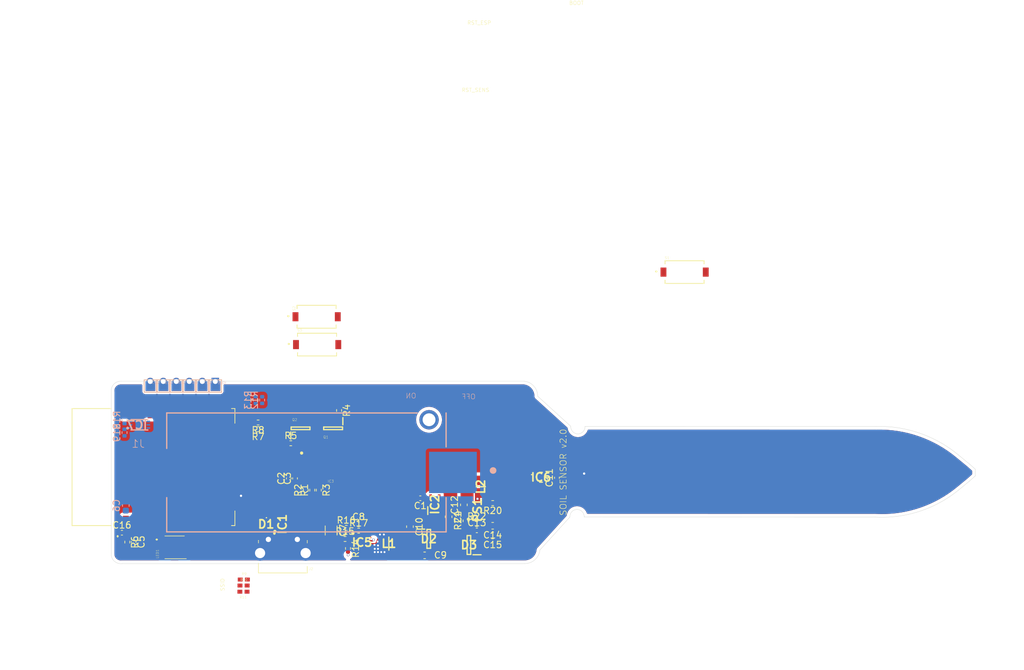
<source format=kicad_pcb>
(kicad_pcb (version 20211014) (generator pcbnew)
  (layers (0 "F.Cu" signal) (1 "In1.Cu" power "GND.Cu") (2 "In2.Cu" mixed "PWR.Cu") (31 "B.Cu" signal "B.cu") (34 "B.Paste" user) (35 "F.Paste" user) (36 "B.SilkS" user "B.Silkscreen") (37 "F.SilkS" user "F.Silkscreen") (38 "B.Mask" user) (39 "F.Mask" user) (44 "Edge.Cuts" user))
  (net 0 "")
  (net 1 "GND")
  (net 2 "+3V3")
  (net 3 "+5V")
  (net 4 "Net-(LED1-Pad6)")
  (net 5 "Net-(LED1-Pad4)")
  (net 6 "Net-(LED1-Pad2)")
  (net 7 "+3.3V")
  (net 8 "/esp32/RST_ESP_N")
  (net 9 "Net-(Q2-Pad1)")
  (net 10 "Net-(Q1-Pad1)")
  (net 11 "/power/5V-3V3/VDD3V3")
  (net 12 "/USB2_P")
  (net 13 "/USB2_N")
  (net 14 "/usb_to uart/RTS")
  (net 15 "/esp32/RXD")
  (net 16 "/esp32/TXD")
  (net 17 "/usb_to uart/DTR")
  (net 18 "/esp32/EN_SENS")
  (net 19 "/esp32/CONNECT_OK")
  (net 20 "/esp32/ERROR")
  (net 21 "/esp32/ESPTOUCH")
  (net 22 "/esp32/touch_sens")
  (net 23 "/esp32/~{RST_SSID}")
  (net 24 "/esp32/IO16")
  (net 25 "/esp32/IO17")
  (net 26 "/esp32/IO5")
  (net 27 "/esp32/IO18")
  (net 28 "/esp32/IO19")
  (net 29 "/esp32/SDA")
  (net 30 "/esp32/RXD0")
  (net 31 "/esp32/TXD0")
  (net 32 "/esp32/SCL")
  (net 33 "/esp32/IO23")
  (net 34 "/USB2_CN_P")
  (net 35 "/USB2_CN_N")
  (net 37 "/usb_to uart/VBUS")
  (net 38 "BAT+")
  (net 43 "Net-(IC3-Pad8)")
  (net 44 "Net-(IC3-Pad9)")
  (net 71 "/esp32/BOOT")
  (net 74 "Net-(IC7-Pad2)")
  (net 75 "Net-(IC7-Pad5)")
  (net 77 "/power/5V-3V3/FB")
  (net 78 "/power/5V-3V3/PG")
  (net 79 "/power/5V-3V3/LX")
  (net 80 "/power/5V-3V3/EN")
  (net 81 "/power/BAT-3V3/SW")
  (net 82 "/power/BAT-3V3/EN")
  (net 83 "/power/BAT-3V3/FB")
  (net 84 "/power/BAT-3V3/VOUT_3V3")
  (net 85 "/VDD_SENS")
  (footprint "Capacitor_SMD:C_0402_1005Metric" (layer "F.Cu") (at 110.3852 105.929749 90)
    (fp_text reference "C3")
    (fp_text value "0.1uF 16V 0402")
  )
  (footprint "Capacitor_SMD:C_0402_1005Metric" (layer "F.Cu") (at 109.4252 105.929749 90)
    (fp_text reference "C2")
    (fp_text value "4.7uF 10V 0402")
  )
  (footprint "Capacitor_SMD:C_0603_1608Metric" (layer "F.Cu") (at 133.9852 111.829749 -90)
    (fp_text reference "C4")
    (fp_text value "10uF 10V 0603")
  )
  (footprint "my_diode:SOT95P280X145-5N" (layer "F.Cu") (at 137.1052 116.169749 180)
    (fp_text reference "D3")
    (fp_text value "MAX40203AUK+T" hide)
  )
  (footprint "global_foot:SON50P150X170X55-6N-D" (layer "F.Cu") (at 108.4452 112.954749 90)
    (fp_text reference "IC1")
    (fp_text value "ECMF02-2AMX6" hide)
  )
  (footprint "esp32_moisture:RHDR6W40P0X200_1X6_1200X210X45" (layer "F.Cu") (at 98.1352 91.029749 180)
    (fp_text reference "J3" hide)
    (fp_text value "2314878-6" hide)
  )
  (footprint "esp32_moisture:L1MCRGB0035000MP0" (layer "F.Cu") (at 91.8852 116.529749)
    (fp_text reference "LED1")
    (fp_text value "L1MC-RGB0035000MP0" hide)
  )
  (footprint "esp32_moisture:SOT95P240X115-3N" (layer "F.Cu") (at 116.2352 98.229749 -90)
    (fp_text reference "Q1")
    (fp_text value "SS8050-G" hide)
  )
  (footprint "esp32_moisture:SOT95P240X115-3N" (layer "F.Cu") (at 111.2352 98.229749 90)
    (fp_text reference "Q2")
    (fp_text value "SS8050-G" hide)
  )
  (footprint "global_foot:R_0402_1005Metric" (layer "F.Cu") (at 104.7102 97.329749 180)
    (fp_text reference "R8")
    (fp_text value "0R 5% 0402")
  )
  (footprint "esp32_moisture:RESC1005X35N" (layer "F.Cu") (at 102.5152 121.479749 180)
    (fp_text reference "R9")
    (fp_text value "CPF0402B24RE1" hide)
  )
  (footprint "esp32_moisture:RESC1005X35N" (layer "F.Cu") (at 102.4752 122.399749 180)
    (fp_text reference "R10")
    (fp_text value "CPF0402B15RE" hide)
  )
  (footprint "global_foot:R_0402_1005Metric" (layer "F.Cu") (at 113.0352 107.729749 90)
    (fp_text reference "R1")
    (fp_text value "22.1K 1% 0402")
  )
  (footprint "global_foot:R_0402_1005Metric" (layer "F.Cu") (at 117.1602 95.479749 -90)
    (fp_text reference "R4")
    (fp_text value "10K 1% 0402")
  )
  (footprint "global_foot:R_0402_1005Metric" (layer "F.Cu") (at 84.6102 115.719749 -90)
    (fp_text reference "R6")
    (fp_text value "10K 1% 0402")
  )
  (footprint "global_foot:R_0402_1005Metric" (layer "F.Cu") (at 112.0352 107.739749 90)
    (fp_text reference "R2")
    (fp_text value "47.5K 1% 0402 ")
  )
  (footprint "global_foot:R_0402_1005Metric" (layer "F.Cu") (at 114.0352 107.729749 -90)
    (fp_text reference "R3")
    (fp_text value "2K 1% 0402")
  )
  (footprint "global_foot:R_0402_1005Metric" (layer "F.Cu") (at 104.7102 98.354749 180)
    (fp_text reference "R7")
    (fp_text value "0R 5% 0402")
  )
  (footprint "global_foot:R_0402_1005Metric" (layer "F.Cu") (at 118.5252 116.699749 -90)
    (fp_text reference "R14")
    (fp_text value "10K 0402 1% 1/16W")
  )
  (footprint "global_foot:R_0402_1005Metric" (layer "F.Cu") (at 118.0752 115.239749)
    (fp_text reference "R15")
    (fp_text value "100K 0402 1% 1/16W")
  )
  (footprint "global_foot:R_0402_1005Metric" (layer "F.Cu") (at 109.7352 100.529749)
    (fp_text reference "R5")
    (fp_text value "10K 1% 0402")
  )
  (footprint "esp32_moisture:PTS636SM43JSMTRLFS" (layer "F.Cu") (at 113.7052 81.069749)
    (fp_text reference "S2")
    (fp_text value "PTS636_SM43J_SMTR_LFS" hide)
  )
  (footprint "esp32_moisture:TP15R" (layer "F.Cu") (at 154.813 105.187749)
    (fp_text reference "TP1" hide)
    (fp_text value "TPTP15R" hide)
  )
  (footprint "esp32_moisture:PTS636SM43JSMTRLFS" (layer "F.Cu") (at 113.7852 85.349749)
    (fp_text reference "S3")
    (fp_text value "PTS636_SM43J_SMTR_LFS" hide)
  )
  (footprint "my_bus_switch:SOT65P210X110-5N" (layer "F.Cu") (at 131.8852 109.929749 90)
    (fp_text reference "IC2")
    (fp_text value "74CB3T1G125DCKRG4" hide)
  )
  (footprint "esp32_moisture:UJ2MIBH24SMTTR" (layer "F.Cu") (at 108.5152 117.887249 90)
    (fp_text reference "J2")
    (fp_text value "UJ2-MIBH2-4-SMT-TR" hide)
  )
  (footprint "Capacitor_SMD:C_0402_1005Metric" (layer "F.Cu") (at 129.6352 108.979749 180)
    (fp_text reference "C1")
    (fp_text value "0.1uF 16V 0402")
  )
  (footprint "my_sens:SHT40AD1BR3" (layer "F.Cu") (at 148.1852 105.754749)
    (fp_text reference "IC6")
    (fp_text value "SHT40-AD1B-R3" hide)
  )
  (footprint "global_foot:SON50P201X201X60-9N-D" (layer "F.Cu") (at 120.6802 115.778249)
    (fp_text reference "IC5")
    (fp_text value "AP3441SHE-7B" hide)
  )
  (footprint "esp32_moisture:QFN50P400X400X80-25N" (layer "F.Cu") (at 113.7752 104.029749)
    (fp_text reference "IC3")
    (fp_text value "CP2102N-A01-GQFN24R" hide)
  )
  (footprint "global_foot:R_0402_1005Metric" (layer "F.Cu") (at 138.3052 112.939749)
    (fp_text reference "R22")
    (fp_text value "316K 1% 0402")
  )
  (footprint "global_foot:R_0402_1005Metric" (layer "F.Cu") (at 140.7652 109.719749 180)
    (fp_text reference "R20")
    (fp_text value "10K 0402 1% 1/16W")
  )
  (footprint "Capacitor_SMD:C_0402_1005Metric" (layer "F.Cu") (at 138.3252 113.919749)
    (fp_text reference "C13")
    (fp_text value "10pF 50V 2% 0402")
  )
  (footprint "Capacitor_SMD:C_0402_1005Metric" (layer "F.Cu") (at 150.6352 105.829749 90)
    (fp_text reference "C11")
    (fp_text value "0.1uF 16V 0402")
  )
  (footprint "Capacitor_SMD:C_0402_1005Metric" (layer "F.Cu") (at 120.1552 112.989749)
    (fp_text reference "C8")
    (fp_text value "22pF 50V 0402 10%")
  )
  (footprint "Capacitor_SMD:C_0603_1608Metric" (layer "F.Cu") (at 140.7552 113.209749 180)
    (fp_text reference "C14")
    (fp_text value "22uF 6.3V 0603")
  )
  (footprint "TestPoint:TestPoint_Pad_1.5x1.5mm" (layer "F.Cu") (at 98.1602 91.729749)
    (fp_text reference "REF**" hide)
    (fp_text value "TestPoint_Pad_1.5x1.5mm" hide)
  )
  (footprint "my_coil:INDC2016X80N" (layer "F.Cu") (at 138.9352 107.209749 -90)
    (fp_text reference "L2")
    (fp_text value "0.47uH 4.9A" hide)
  )
  (footprint "TestPoint:TestPoint_Pad_1.5x1.5mm" (layer "F.Cu") (at 90.1602 91.729749)
    (fp_text reference "REF**" hide)
    (fp_text value "TestPoint_Pad_1.5x1.5mm" hide)
  )
  (footprint "Capacitor_SMD:C_0603_1608Metric" (layer "F.Cu") (at 130.3052 117.759749 180)
    (fp_text reference "C9")
    (fp_text value "22uF 6.3V 0603 20%")
  )
  (footprint "global_foot_ki:BAS3010S02LRHE6327XTSA1" (layer "F.Cu") (at 105.9452 112.974749 180)
    (fp_text reference "D1")
    (fp_text value "BAS3010S02LRHE6327XTSA1" hide)
  )
  (footprint "global_foot:R_0402_1005Metric" (layer "F.Cu") (at 136.5952 112.449749 90)
    (fp_text reference "R21")
    (fp_text value "100K 1% 0402")
  )
  (footprint "my_step_up:SON50P200X200X80-9N" (layer "F.Cu") (at 138.4227 110.799749 90)
    (fp_text reference "PS1")
    (fp_text value "TPS61021ADSGR" hide)
  )
  (footprint "Capacitor_SMD:C_0402_1005Metric" (layer "F.Cu") (at 85.5852 115.704749 -90)
    (fp_text reference "C5")
    (fp_text value "4.7uF 10V 0402")
  )
  (footprint "Capacitor_SMD:C_0603_1608Metric" (layer "F.Cu") (at 136.3352 109.999749 90)
    (fp_text reference "C12")
    (fp_text value "10uF 10V 0603")
  )
  (footprint "Capacitor_SMD:C_0603_1608Metric" (layer "F.Cu") (at 128.0452 113.349749 -90)
    (fp_text reference "C10")
    (fp_text value "22uF 6.3V 0603 20%")
  )
  (footprint "TestPoint:TestPoint_Pad_1.5x1.5mm" (layer "F.Cu") (at 94.1602 91.729749)
    (fp_text reference "REF**" hide)
    (fp_text value "TestPoint_Pad_1.5x1.5mm" hide)
  )
  (footprint "TestPoint:TestPoint_Pad_1.5x1.5mm" (layer "F.Cu") (at 92.1602 91.729749)
    (fp_text reference "REF**" hide)
    (fp_text value "TestPoint_Pad_1.5x1.5mm" hide)
  )
  (footprint "esp32_moisture:RESC1005X35N" (layer "F.Cu") (at 102.4602 123.354749)
    (fp_text reference "R11")
    (fp_text value "CPF0402B12RE1" hide)
  )
  (footprint "global_foot:DFE2HCAH1R0MJ0L" (layer "F.Cu") (at 124.8052 115.959749)
    (fp_text reference "L1")
    (fp_text value "2.2uH 2.2A" hide)
  )
  (footprint "esp32_moisture:PTS636SM43JSMTRLFS" (layer "F.Cu") (at 170.2502 74.204749)
    (fp_text reference "S1")
    (fp_text value "PTS636_SM43J_SMTR_LFS" hide)
  )
  (footprint "global_foot:R_0402_1005Metric" (layer "F.Cu") (at 118.2552 113.534749)
    (fp_text reference "R16")
    (fp_text value "95.3K 0402 1% 1/10W")
  )
  (footprint "TestPoint:TestPoint_Pad_1.5x1.5mm" (layer "F.Cu") (at 96.1602 91.729749)
    (fp_text reference "REF**" hide)
    (fp_text value "TestPoint_Pad_1.5x1.5mm" hide)
  )
  (footprint "TestPoint:TestPoint_Pad_1.5x1.5mm" (layer "F.Cu") (at 88.1602 91.729749)
    (fp_text reference "REF**" hide)
    (fp_text value "TestPoint_Pad_1.5x1.5mm" hide)
  )
  (footprint "Capacitor_SMD:C_1206_3216Metric" (layer "F.Cu") (at 115.9352 113.939749 -90)
    (fp_text reference "C7")
    (fp_text value "22uF 10V 1206 10%")
  )
  (footprint "global_foot:R_0402_1005Metric" (layer "F.Cu") (at 120.1652 113.969749)
    (fp_text reference "R17")
    (fp_text value "430K 0402 1% 1/10W")
  )
  (footprint "my_diode:SOT95P280X145-5N" (layer "F.Cu") (at 130.9352 115.229749)
    (fp_text reference "D2")
    (fp_text value "MAX40203AUK+T" hide)
  )
  (footprint "esp32_moisture:ESP32WROOM32D4MB" (layer "F.Cu") (at 83.1352 112.679749 90)
    (fp_text reference "IC4" hide)
    (fp_text value "ESP32-WROOM-32D__4MB_" hide)
  )
  (footprint "Capacitor_SMD:C_0603_1608Metric" (layer "F.Cu") (at 140.7552 114.709749 180)
    (fp_text reference "C15")
    (fp_text value "22uF 6.3V 0603")
  )
  (footprint "Capacitor_SMD:C_0402_1005Metric" (layer "F.Cu") (at 83.7852 114.279749)
    (fp_text reference "C16")
    (fp_text value "0.1uF 16V 0402")
  )
  (footprint "esp32_moisture:1050" (layer "B.Cu") (at 112.1352 105.009949 180)
    (fp_text reference "J1")
    (fp_text value "1050" hide)
  )
  (footprint "global_foot:R_0402_1005Metric" (layer "B.Cu") (at 104.3352 93.879749 -90)
    (fp_text reference "R13")
    (fp_text value "10K 1% 0402")
  )
  (footprint "TestPoint:TestPoint_Pad_1.5x1.5mm" (layer "B.Cu") (at 96.1602 91.729749 180)
    (fp_text reference "REF**" hide)
    (fp_text value "TestPoint_Pad_1.5x1.5mm" hide)
  )
  (footprint "TestPoint:TestPoint_Pad_1.5x1.5mm" (layer "B.Cu") (at 88.1602 91.729749 180)
    (fp_text reference "REF**" hide)
    (fp_text value "TestPoint_Pad_1.5x1.5mm" hide)
  )
  (footprint "global_foot:R_0402_1005Metric" (layer "B.Cu") (at 84.1852 98.879749 -90)
    (fp_text reference "R19")
    (fp_text value "1K 0402")
  )
  (footprint "Capacitor_SMD:C_0603_1608Metric" (layer "B.Cu") (at 84.3852 110.104749 -90)
    (fp_text reference "C6")
    (fp_text value "22uF 6.3V 0603")
  )
  (footprint "TestPoint:TestPoint_Pad_1.5x1.5mm" (layer "B.Cu") (at 98.1602 91.729749 180)
    (fp_text reference "REF**" hide)
    (fp_text value "TestPoint_Pad_1.5x1.5mm" hide)
  )
  (footprint "TestPoint:TestPoint_Pad_1.5x1.5mm" (layer "B.Cu") (at 90.1602 91.729749 180)
    (fp_text reference "REF**" hide)
    (fp_text value "TestPoint_Pad_1.5x1.5mm" hide)
  )
  (footprint "TestPoint:TestPoint_Pad_1.5x1.5mm" (layer "B.Cu") (at 92.1602 91.729749 180)
    (fp_text reference "REF**" hide)
    (fp_text value "TestPoint_Pad_1.5x1.5mm" hide)
  )
  (footprint "TestPoint:TestPoint_Pad_1.5x1.5mm" (layer "B.Cu") (at 94.1602 91.729749 180)
    (fp_text reference "REF**" hide)
    (fp_text value "TestPoint_Pad_1.5x1.5mm" hide)
  )
  (footprint "global_foot:R_0402_1005Metric" (layer "B.Cu") (at 105.3352 93.879749 -90)
    (fp_text reference "R12")
    (fp_text value "10K 1% 0402")
  )
  (footprint "my_sens:WSOF6" (layer "B.Cu") (at 86.475185 97.679749)
    (fp_text reference "IC7")
    (fp_text value "BH1750FVI-TR" hide)
  )
  (footprint "global_foot:R_0402_1005Metric" (layer "B.Cu") (at 84.1852 96.979749 -90)
    (fp_text reference "R18")
    (fp_text value "1K 0402")
  )
  (gr_line (start 154.947656 97.922913) (end 199.6946 97.930749) (layer "Edge.Cuts") (width 0.05))
  (gr_arc (start 148.0058 116.947949) (mid 147.250082 118.433232) (end 145.6944 119.03075) (layer "Edge.Cuts") (width 0.05))
  (gr_line (start 214.0352 103.729749) (end 214.9352 104.529749) (layer "Edge.Cuts") (width 0.05))
  (gr_line (start 214.0352 106.329749) (end 214.9352 105.529749) (layer "Edge.Cuts") (width 0.05))
  (gr_line (start 145.5944 90.98075) (end 83.6946 90.980749) (layer "Edge.Cuts") (width 0.05))
  (gr_arc (start 154.947656 97.922913) (mid 153.851628 99.080749) (end 152.763256 97.915713) (layer "Edge.Cuts") (width 0.05))
  (gr_line (start 82.1436 92.640149) (end 82.1352 117.479749) (layer "Edge.Cuts") (width 0.05))
  (gr_line (start 147.677201 93.29215) (end 152.763256 97.915713) (layer "Edge.Cuts") (width 0.05))
  (gr_line (start 212.3352 102.329749) (end 214.0352 103.729749) (layer "Edge.Cuts") (width 0.05))
  (gr_line (start 212.3352 107.729749) (end 214.0352 106.329749) (layer "Edge.Cuts") (width 0.05))
  (gr_line (start 145.6944 119.03075) (end 83.7946 119.030749) (layer "Edge.Cuts") (width 0.05))
  (gr_line (start 154.813763 111.869094) (end 199.560707 111.87693) (layer "Edge.Cuts") (width 0.05))
  (gr_arc (start 199.6946 97.930749) (mid 206.413192 98.98575) (end 212.3352 102.329749) (layer "Edge.Cuts") (width 0.05))
  (gr_line (start 214.9352 104.529749) (end 214.9352 105.529749) (layer "Edge.Cuts") (width 0.05))
  (gr_arc (start 83.7946 119.030749) (mid 82.603739 118.641652) (end 82.1352 117.479749) (layer "Edge.Cuts") (width 0.05))
  (gr_arc (start 152.629363 111.861894) (mid 153.725391 110.704058) (end 154.813763 111.869094) (layer "Edge.Cuts") (width 0.05))
  (gr_arc (start 212.3352 107.729749) (mid 206.335527 110.997176) (end 199.560707 111.87693) (layer "Edge.Cuts") (width 0.05))
  (gr_arc (start 145.5944 90.98075) (mid 147.079683 91.736468) (end 147.677201 93.29215) (layer "Edge.Cuts") (width 0.05))
  (gr_arc (start 82.1436 92.640149) (mid 82.532697 91.449288) (end 83.6946 90.980749) (layer "Edge.Cuts") (width 0.05))
  (gr_line (start 148.0058 116.947949) (end 152.629363 111.861894) (layer "Edge.Cuts") (width 0.05))
  (gr_text "IO5" (at 95.5802 91.408249) (layer "B.SilkS") (effects (font (size 0.38608 0.38608) (thickness 0.032512)) (justify left bottom mirror)))
  (gr_text "IO19" (at 91.7194 91.459049) (layer "B.SilkS") (effects (font (size 0.38608 0.38608) (thickness 0.032512)) (justify left bottom mirror)))
  (gr_text "ON" (at 129.0574 93.681549) (layer "B.SilkS") (effects (font (size 0.77216 0.77216) (thickness 0.065024)) (justify left bottom mirror)))
  (gr_text "IO18" (at 93.7133 91.395549) (layer "B.SilkS") (effects (font (size 0.38608 0.38608) (thickness 0.032512)) (justify left bottom mirror)))
  (gr_text "IO17" (at 97.7011 91.420949) (layer "B.SilkS") (effects (font (size 0.38608 0.38608) (thickness 0.032512)) (justify left bottom mirror)))
  (gr_text "IO16" (at 99.8601 91.459049) (layer "B.SilkS") (effects (font (size 0.38608 0.38608) (thickness 0.032512)) (justify left bottom mirror)))
  (gr_text "IO23" (at 89.7001 91.408249) (layer "B.SilkS") (effects (font (size 0.38608 0.38608) (thickness 0.032512)) (justify left bottom mirror)))
  (gr_text "OFF" (at 138.176 93.808549) (layer "B.SilkS") (effects (font (size 0.77216 0.77216) (thickness 0.065024)) (justify left bottom mirror)))
  (gr_text "SOIL SENSOR v2.0" (at 151.6152 104.979749 90) (layer "F.SilkS") (effects (font (size 0.9652 0.9652) (thickness 0.08128))))
  (gr_text "BOOT" (at 154.778 32.483349) (layer "F.SilkS") (effects (font (size 0.57912 0.57912) (thickness 0.048768)) (justify right top)))
  (gr_text "SSID" (at 99.5852 123.279749 90) (layer "F.SilkS") (effects (font (size 0.57912 0.57912) (thickness 0.048768)) (justify left bottom)))
  (gr_text "RST_SENS" (at 140.2746 45.869149) (layer "F.SilkS") (effects (font (size 0.57912 0.57912) (thickness 0.048768)) (justify right top)))
  (gr_text "RST_ESP" (at 140.554 35.531349) (layer "F.SilkS") (effects (font (size 0.57912 0.57912) (thickness 0.048768)) (justify right top)))
  (segment (start 117.7152 116.029749) (end 118.3652 116.029749) (width 0.2) (layer "F.Cu") (net 3))
  (segment (start 118.6867 116.028249) (end 118.5252 116.189749) (width 0.2) (layer "F.Cu") (net 3))
  (segment (start 118.3652 116.029749) (end 118.5252 116.189749) (width 0.2) (layer "F.Cu") (net 3))
  (segment (start 117.5652 115.239749) (end 117.5852 115.259749) (width 0.2) (layer "F.Cu") (net 3))
  (segment (start 117.5852 115.259749) (end 117.5852 115.899749) (width 0.2) (layer "F.Cu") (net 3))
  (segment (start 117.5852 115.899749) (end 117.7152 116.029749) (width 0.2) (layer "F.Cu") (net 3))
  (segment (start 119.6302 116.028249) (end 118.6867 116.028249) (width 0.2) (layer "F.Cu") (net 3))
  (segment (start 124.5952 113.499749) (end 125.8302 114.734749) (width 0.5) (layer "F.Cu") (net 11))
  (segment (start 120.6452 113.969749) (end 120.6452 113.499749) (width 0.5) (layer "F.Cu") (net 11))
  (segment (start 121.9452 113.429749) (end 121.9652 113.449749) (width 0.2) (layer "F.Cu") (net 11))
  (segment (start 125.8302 114.734749) (end 125.8302 115.959749) (width 0.5) (layer "F.Cu") (net 11))
  (segment (start 120.6452 113.499749) (end 124.5952 113.499749) (width 0.5) (layer "F.Cu") (net 11))
  (segment (start 108.00765 111.554798) (end 108.00765 104.742063) (width 0.2097) (layer "F.Cu") (net 12))
  (segment (start 111.125249 103.842199) (end 111.187699 103.779749) (width 0.2097) (layer "F.Cu") (net 12))
  (segment (start 107.9452 112.254749) (end 107.9452 111.617248) (width 0.2097) (layer "F.Cu") (net 12))
  (segment (start 108.907514 103.842199) (end 111.125249 103.842199) (width 0.2097) (layer "F.Cu") (net 12))
  (segment (start 111.187699 103.779749) (end 111.8252 103.779749) (width 0.2097) (layer "F.Cu") (net 12))
  (segment (start 107.9452 111.617248) (end 108.00765 111.554798) (width 0.2097) (layer "F.Cu") (net 12))
  (segment (start 108.00765 104.742063) (end 108.907514 103.842199) (width 0.2097) (layer "F.Cu") (net 12))
  (segment (start 108.38275 104.897435) (end 109.062886 104.217299) (width 0.2097) (layer "F.Cu") (net 13))
  (segment (start 111.125249 104.217299) (end 111.187699 104.279749) (width 0.2097) (layer "F.Cu") (net 13))
  (segment (start 108.4452 112.254749) (end 108.4452 111.617248) (width 0.2097) (layer "F.Cu") (net 13))
  (segment (start 108.4452 111.617248) (end 108.38275 111.554798) (width 0.2097) (layer "F.Cu") (net 13))
  (segment (start 109.062886 104.217299) (end 111.125249 104.217299) (width 0.2097) (layer "F.Cu") (net 13))
  (segment (start 108.38275 111.554798) (end 108.38275 104.897435) (width 0.2097) (layer "F.Cu") (net 13))
  (segment (start 111.187699 104.279749) (end 111.8252 104.279749) (width 0.2097) (layer "F.Cu") (net 13))
  (segment (start 100.6352 108.624749) (end 102.0652 108.624749) (width 0.3) (layer "F.Cu") (net 22))
  (segment (start 102.0652 108.624749) (end 102.0852 108.604749) (width 0.3) (layer "F.Cu") (net 22))
  (via blind (at 102.0852 108.604749) (size 0.5) (drill 0.35) (layers "F.Cu" "In1.Cu") (net 22))
  (via blind (at 154.813 105.187749) (size 0.5) (drill 0.35) (layers "F.Cu" "In1.Cu") (net 22))
  (segment (start 84.0386 96.137949) (end 83.7084 96.137949) (width 0.1524) (layer "F.Cu") (net 33))
  (segment (start 107.8652 114.962248) (end 107.8652 115.862249) (width 0.2097) (layer "F.Cu") (net 34))
  (segment (start 108.00265 114.824798) (end 107.8652 114.962248) (width 0.2097) (layer "F.Cu") (net 34))
  (segment (start 108.00265 113.987199) (end 108.00265 114.824798) (width 0.2097) (layer "F.Cu") (net 34))
  (segment (start 107.9452 113.654749) (end 107.9452 113.929749) (width 0.2097) (layer "F.Cu") (net 34))
  (segment (start 107.9452 113.929749) (end 108.00265 113.987199) (width 0.2097) (layer "F.Cu") (net 34))
  (segment (start 108.37775 114.824798) (end 108.5152 114.962248) (width 0.2097) (layer "F.Cu") (net 35))
  (segment (start 108.4452 113.929749) (end 108.37775 113.997199) (width 0.2097) (layer "F.Cu") (net 35))
  (segment (start 108.5152 114.962248) (end 108.5152 115.862249) (width 0.2097) (layer "F.Cu") (net 35))
  (segment (start 108.4452 113.654749) (end 108.4452 113.929749) (width 0.2097) (layer "F.Cu") (net 35))
  (segment (start 108.37775 113.997199) (end 108.37775 114.824798) (width 0.2097) (layer "F.Cu") (net 35))
  (segment (start 107.2152 114.774749) (end 105.9452 113.504749) (width 0.35) (layer "F.Cu") (net 37))
  (segment (start 105.9452 113.504749) (end 105.9452 113.299749) (width 0.35) (layer "F.Cu") (net 37))
  (segment (start 107.2152 115.862249) (end 107.2152 114.774749) (width 0.35) (layer "F.Cu") (net 37))
  (segment (start 119.6302 115.028249) (end 119.6552 115.003249) (width 0.2) (layer "F.Cu") (net 77))
  (segment (start 118.7652 113.534749) (end 119.2002 113.969749) (width 0.2) (layer "F.Cu") (net 77))
  (segment (start 119.6552 115.003249) (end 119.6552 113.999749) (width 0.2) (layer "F.Cu") (net 77))
  (segment (start 119.6852 113.009749) (end 119.6852 113.969749) (width 0.2) (layer "F.Cu") (net 77))
  (segment (start 119.6552 113.999749) (end 119.6852 113.969749) (width 0.2) (layer "F.Cu") (net 77))
  (segment (start 119.2002 113.969749) (end 119.6852 113.969749) (width 0.2) (layer "F.Cu") (net 77))
  (segment (start 119.6302 115.528249) (end 119.0537 115.528249) (width 0.2) (layer "F.Cu") (net 78))
  (segment (start 118.7652 115.239749) (end 118.5852 115.239749) (width 0.2) (layer "F.Cu") (net 78))
  (segment (start 119.0537 115.528249) (end 118.7652 115.239749) (width 0.2) (layer "F.Cu") (net 78))
  (via blind (at 124.0352 114.559749) (size 0.4) (drill 0.3) (layers "F.Cu" "In1.Cu") (net 79))
  (via blind (at 122.6352 117.259749) (size 0.4) (drill 0.3) (layers "F.Cu" "In1.Cu") (net 79))
  (via blind (at 123.1352 117.259749) (size 0.4) (drill 0.3) (layers "F.Cu" "In1.Cu") (net 79))
  (via blind (at 123.1352 116.759749) (size 0.4) (drill 0.3) (layers "F.Cu" "In1.Cu") (net 79))
  (via blind (at 123.4352 114.559749) (size 0.4) (drill 0.3) (layers "F.Cu" "In1.Cu") (net 79))
  (via blind (at 123.6352 117.259749) (size 0.4) (drill 0.3) (layers "F.Cu" "In1.Cu") (net 79))
  (via blind (at 124.1352 117.259749) (size 0.4) (drill 0.3) (layers "F.Cu" "In1.Cu") (net 79))
  (via blind (at 122.6352 116.759749) (size 0.4) (drill 0.3) (layers "F.Cu" "In1.Cu") (net 79))
  (via blind (at 123.0652 115.649749) (size 0.4) (drill 0.3) (layers "F.Cu" "In1.Cu") (net 79))
  (via blind (at 122.5952 116.149749) (size 0.4) (drill 0.3) (layers "F.Cu" "In1.Cu") (net 79))
  (via blind (at 123.1352 116.249749) (size 0.4) (drill 0.3) (layers "F.Cu" "In1.Cu") (net 79))
  (segment (start 122.4452 115.379749) (end 122.2967 115.528249) (width 0.2) (layer "F.Cu") (net 80))
  (segment (start 122.2967 115.528249) (end 121.7302 115.528249) (width 0.2) (layer "F.Cu") (net 80))
  (segment (start 118.5252 117.679749) (end 118.5252 117.209749) (width 0.2) (layer "F.Cu") (net 80))
  (segment (start 118.5452 117.699749) (end 118.5252 117.679749) (width 0.2) (layer "F.Cu") (net 80))
  (via (at 118.5452 117.699749) (size 0.4) (drill 0.3) (layers "F.Cu" "B.Cu") (net 80))
  (via (at 122.4452 115.379749) (size 0.4) (drill 0.3) (layers "F.Cu" "B.Cu") (net 80))
  (via (at 138.4252 109.069749) (size 0.4) (drill 0.3) (layers "F.Cu" "B.Cu") (net 81))
  (segment (start 136.6152 112.939749) (end 136.5952 112.959749) (width 0.35) (layer "F.Cu") (net 83))
  (segment (start 137.7952 113.869749) (end 137.8452 113.919749) (width 0.35) (layer "F.Cu") (net 83))
  (segment (start 138.1727 111.849749) (end 138.1727 112.507249) (width 0.25) (layer "F.Cu") (net 83))
  (segment (start 138.1727 112.507249) (end 138.1752 112.509749) (width 0.25) (layer "F.Cu") (net 83))
  (segment (start 137.7952 112.939749) (end 136.6152 112.939749) (width 0.35) (layer "F.Cu") (net 83))
  (segment (start 138.1752 112.559749) (end 137.7952 112.939749) (width 0.25) (layer "F.Cu") (net 83))
  (segment (start 137.7952 112.939749) (end 137.7952 113.869749) (width 0.35) (layer "F.Cu") (net 83))
  (segment (start 138.1752 112.509749) (end 138.1752 112.559749) (width 0.25) (layer "F.Cu") (net 83))
  (zone (net 22) (net_name "/esp32/touch_sens") (layer "F.Cu") (priority 6) (connect_pads yes (clearance 0.000001)) (min_thickness 0.0381) (fill yes (thermal_gap 0.1262) (thermal_bridge_width 0.1262) (smoothing fillet) (radius 3))
    (polygon (pts (xy 164.6352 101.529749) (xy 177.8852 101.529749) (xy 195.8852 101.529749) (xy 205.1352 101.529749) (xy 208.6352 102.529749) (xy 211.3852 104.529749) (xy 211.3852 105.529749) (xy 208.6352 107.779749) (xy 205.1352 108.529749) (xy 195.8852 108.529749) (xy 177.8852 108.529749) (xy 164.6352 108.529749) (xy 154.8852 108.529749) (xy 154.8852 105.029749) (xy 154.8852 101.529749)))
  )
  (zone (net 3) (net_name "+5V") (layers "F.Cu" "In2.Cu") (priority 1) (connect_pads yes (clearance 0.2)) (min_thickness 0.2) (fill yes (thermal_gap 0.508) (thermal_bridge_width 0.508))
    (polygon (pts (xy 117.8352 115.729749) (xy 118.0752 115.919749) (xy 118.8652 115.919749) (xy 118.8652 116.669749) (xy 114.8152 116.669749) (xy 114.8152 114.779749) (xy 117.8352 114.779749)))
  )
  (zone (net 84) (net_name "/power/BAT-3V3/VOUT_3V3") (layers "F.Cu" "In1.Cu") (priority 1) (connect_pads yes (clearance 0.2)) (min_thickness 0.2) (fill yes (thermal_gap 0.508) (thermal_bridge_width 0.508))
    (polygon (pts (xy 140.4352 115.439749) (xy 138.5352 115.439749) (xy 138.5252 111.499749) (xy 140.4352 111.499749)))
  )
  (zone (net 1) (net_name "GND") (layers "F.Cu" "In1.Cu" "In2.Cu" "B.Cu") (connect_pads yes (clearance 0.5)) (min_thickness 0.254) (fill yes (thermal_gap 0.508) (thermal_bridge_width 0.508))
    (polygon (pts (xy 145.8852 91.029749) (xy 146.2602 91.154749) (xy 146.4352 91.229749) (xy 146.8102 91.479749) (xy 147.0102 91.654749) (xy 147.1852 91.879749) (xy 147.4352 92.254749) (xy 147.5352 92.479749) (xy 147.6102 92.704749) (xy 147.6602 92.929749) (xy 147.6852 93.129749) (xy 147.6852 93.304749) (xy 147.7602 93.379749) (xy 150.3602 95.754749) (xy 151.9102 97.154749) (xy 152.7102 97.879749) (xy 152.7602 97.929749) (xy 152.7852 98.229749) (xy 152.8352 98.379749) (xy 152.9352 98.579749) (xy 153.1102 98.779749) (xy 153.1852 98.854749) (xy 153.3352 98.954749) (xy 153.5602 99.054749) (xy 153.6602 99.079749) (xy 153.8852 99.079749) (xy 154.2352 99.029749) (xy 154.3852 98.954749) (xy 154.5102 98.854749) (xy 154.6852 98.704749) (xy 154.7852 98.554749) (xy 154.8852 98.354749) (xy 154.9352 98.179749) (xy 154.9352 97.929749) (xy 200.6352 97.929749) (xy 201.1852 97.954749) (xy 201.5352 97.979749) (xy 202.3602 98.054749) (xy 202.6352 98.104749) (xy 202.8852 98.129749) (xy 203.2352 98.179749) (xy 203.6102 98.254749) (xy 204.2102 98.379749) (xy 204.4852 98.429749) (xy 204.8852 98.529749) (xy 205.6852 98.754749) (xy 206.0852 98.879749) (xy 206.2352 98.929749) (xy 206.6602 99.079749) (xy 206.9852 99.204749) (xy 207.7852 99.529749) (xy 208.0102 99.629749) (xy 208.7602 99.979749) (xy 209.2102 100.229749) (xy 210.0102 100.679749) (xy 210.3852 100.904749) (xy 210.7852 101.179749) (xy 211.1602 101.429749) (xy 211.6102 101.754749) (xy 211.9852 102.054749) (xy 213.1102 102.979749) (xy 213.6102 103.379749) (xy 214.0852 103.779749) (xy 214.2102 103.879749) (xy 214.6352 104.254749) (xy 214.9102 104.504749) (xy 214.9352 104.529749) (xy 214.9352 105.529749) (xy 214.5352 105.879749) (xy 214.2852 106.104749) (xy 213.9102 106.429749) (xy 213.3352 106.904749) (xy 213.1102 107.079749) (xy 212.9102 107.254749) (xy 212.6102 107.504749) (xy 212.4352 107.654749) (xy 212.1852 107.854749) (xy 211.9602 108.029749) (xy 211.4602 108.404749) (xy 211.3102 108.504749) (xy 211.1352 108.629749) (xy 211.0352 108.704749) (xy 210.3602 109.129749) (xy 210.0352 109.329749) (xy 209.8102 109.454749) (xy 209.4602 109.654749) (xy 208.6352 110.079749) (xy 208.0852 110.329749) (xy 207.7852 110.454749) (xy 207.6102 110.529749) (xy 207.1102 110.729749) (xy 206.1352 111.054749) (xy 205.8852 111.129749) (xy 205.7602 111.179749) (xy 205.0352 111.354749) (xy 204.7852 111.429749) (xy 204.4602 111.504749) (xy 204.3102 111.529749) (xy 203.9602 111.604749) (xy 203.5352 111.679749) (xy 203.0102 111.754749) (xy 202.5352 111.804749) (xy 202.3352 111.829749) (xy 202.0852 111.854749) (xy 201.7602 111.879749) (xy 200.9102 111.904749) (xy 200.0602 111.904749) (xy 196.9602 111.879749) (xy 154.8102 111.879749) (xy 154.8102 111.654749) (xy 154.7602 111.454749) (xy 154.6852 111.279749) (xy 154.5352 111.054749) (xy 154.3852 110.929749) (xy 154.1352 110.779749) (xy 153.9352 110.729749) (xy 153.7602 110.704749) (xy 153.4352 110.729749) (xy 153.2102 110.829749) (xy 153.0102 110.954749) (xy 152.8102 111.154749) (xy 152.7602 111.254749) (xy 152.6602 111.504749) (xy 152.6352 111.654749) (xy 152.6352 111.854749) (xy 152.5852 111.904749) (xy 151.4102 113.204749) (xy 148.2102 116.729749) (xy 148.0352 116.904749) (xy 148.0102 116.954749) (xy 147.9852 117.054749) (xy 147.9852 117.129749) (xy 147.9352 117.354749) (xy 147.8602 117.579749) (xy 147.8102 117.679749) (xy 147.6102 118.029749) (xy 147.4852 118.179749) (xy 147.2352 118.454749) (xy 147.0602 118.579749) (xy 146.8602 118.729749) (xy 146.7102 118.804749) (xy 146.2352 118.979749) (xy 145.9602 119.004749) (xy 84.7602 119.029749) (xy 83.7852 119.029749) (xy 83.2352 119.004749) (xy 82.9602 118.879749) (xy 82.7602 118.779749) (xy 82.5602 118.604749) (xy 82.3602 118.354749) (xy 82.2102 118.029749) (xy 82.1352 117.754749) (xy 82.1352 92.429749) (xy 82.2102 91.979749) (xy 82.3352 91.729749) (xy 82.5602 91.429749) (xy 82.7852 91.229749) (xy 83.0852 91.079749) (xy 83.3852 91.004749) (xy 83.5102 90.979749) (xy 145.6102 90.979749)))
  )
  (zone (net 81) (net_name "/power/BAT-3V3/SW") (layers "F.Cu" "In1.Cu") (priority 1) (connect_pads yes (clearance 0.2)) (min_thickness 0.2) (fill yes (thermal_gap 0.508) (thermal_bridge_width 0.508))
    (polygon (pts (xy 140.1352 108.929749) (xy 138.8252 108.929749) (xy 138.8252 110.099749) (xy 138.0252 110.099749) (xy 138.0252 107.439749) (xy 140.1352 107.439749)))
  )
  (zone (net 38) (net_name "BAT+") (layers "F.Cu" "In1.Cu") (priority 1) (connect_pads yes (clearance 0.2)) (min_thickness 0.2) (fill yes (thermal_gap 0.508) (thermal_bridge_width 0.508))
    (polygon (pts (xy 140.1352 106.969749) (xy 137.8152 106.969749) (xy 137.8152 110.099749) (xy 137.1352 110.099749) (xy 136.8152 109.679749) (xy 135.8252 109.689749) (xy 135.8252 105.509749) (xy 140.1352 105.509749)))
  )
  (zone (net 77) (net_name "/power/5V-3V3/FB") (layer "F.Cu") (priority 1) (connect_pads yes (clearance 0.2)) (min_thickness 0.2) (fill yes (thermal_gap 0.508) (thermal_bridge_width 0.508))
    (polygon (pts (xy 119.9752 115.179749) (xy 119.2852 115.179749) (xy 119.2852 114.619749) (xy 119.0552 114.429749) (xy 118.4952 114.429749) (xy 118.4952 112.669749) (xy 119.9752 112.669749)))
  )
  (zone (net 1) (net_name "GND") (layer "F.Cu") (priority 1) (connect_pads yes (clearance 0.2)) (min_thickness 0.2) (fill yes (thermal_gap 0.508) (thermal_bridge_width 0.508))
    (polygon (pts (xy 140.0352 110.299749) (xy 142.1352 110.299749) (xy 142.1352 111.299749) (xy 140.0352 111.299749) (xy 139.2752 111.299749) (xy 137.8252 111.299749) (xy 137.8252 112.199749) (xy 136.5652 112.199749) (xy 135.8552 112.199749) (xy 135.8552 110.299749) (xy 139.2752 110.299749)))
  )
  (zone (net 1) (net_name "GND") (layer "F.Cu") (priority 1) (connect_pads yes (clearance 0.2)) (min_thickness 0.254) (fill yes (thermal_gap 0.508) (thermal_bridge_width 0.508))
    (polygon (pts (xy 122.0802 115.184749) (xy 121.1802 115.184749) (xy 121.1802 116.684749) (xy 121.1852 117.199749) (xy 119.6752 117.199749) (xy 119.2752 117.749749) (xy 119.2802 116.709749) (xy 119.2802 116.384749) (xy 120.1802 116.384749) (xy 120.1802 114.859749) (xy 122.0802 114.859749)))
  )
  (zone (net 11) (net_name "/power/5V-3V3/VDD3V3") (layer "F.Cu") (priority 1) (connect_pads yes (clearance 0.2)) (min_thickness 0.2) (fill yes (thermal_gap 0.508) (thermal_bridge_width 0.508))
    (polygon (pts (xy 130.3102 114.584749) (xy 128.5102 114.584749) (xy 128.5102 115.884749) (xy 130.3102 115.884749) (xy 130.3102 116.784749) (xy 130.3052 118.259749) (xy 126.9552 118.259749) (xy 125.0552 118.259749) (xy 125.0552 117.039749) (xy 125.0552 115.589749) (xy 125.0552 113.659749) (xy 125.4102 113.659749) (xy 130.3102 113.659749)))
  )
  (zone (net 82) (net_name "/power/BAT-3V3/EN") (layer "F.Cu") (priority 1) (connect_pads yes (clearance 0.2)) (min_thickness 0.2) (fill yes (thermal_gap 0.508) (thermal_bridge_width 0.508))
    (polygon (pts (xy 140.5252 110.099749) (xy 139.0252 110.099749) (xy 139.0252 109.399749) (xy 140.5252 109.399749)))
  )
  (zone (net 11) (net_name "/power/5V-3V3/VDD3V3") (layer "F.Cu") (priority 1) (connect_pads yes (clearance 0.2)) (min_thickness 0.2) (fill yes (thermal_gap 0.508) (thermal_bridge_width 0.508))
    (polygon (pts (xy 122.0352 114.279749) (xy 120.3652 114.279749) (xy 120.3652 112.669749) (xy 122.0352 112.669749)))
  )
  (zone (net 79) (net_name "/power/5V-3V3/LX") (layers "F.Cu" "In1.Cu") (priority 1) (connect_pads yes (clearance 0.2)) (min_thickness 0.2) (fill yes (thermal_gap 0.508) (thermal_bridge_width 0.508))
    (polygon (pts (xy 124.3652 114.859749) (xy 124.3652 117.709749) (xy 122.3952 117.709749) (xy 122.3952 117.059749) (xy 122.3952 116.614749) (xy 122.2052 116.184749) (xy 121.3802 116.184749) (xy 121.3802 115.874749) (xy 122.7352 115.874749) (xy 123.1852 114.859749) (xy 123.1852 114.209749) (xy 124.3652 114.209749)))
  )
)
</source>
